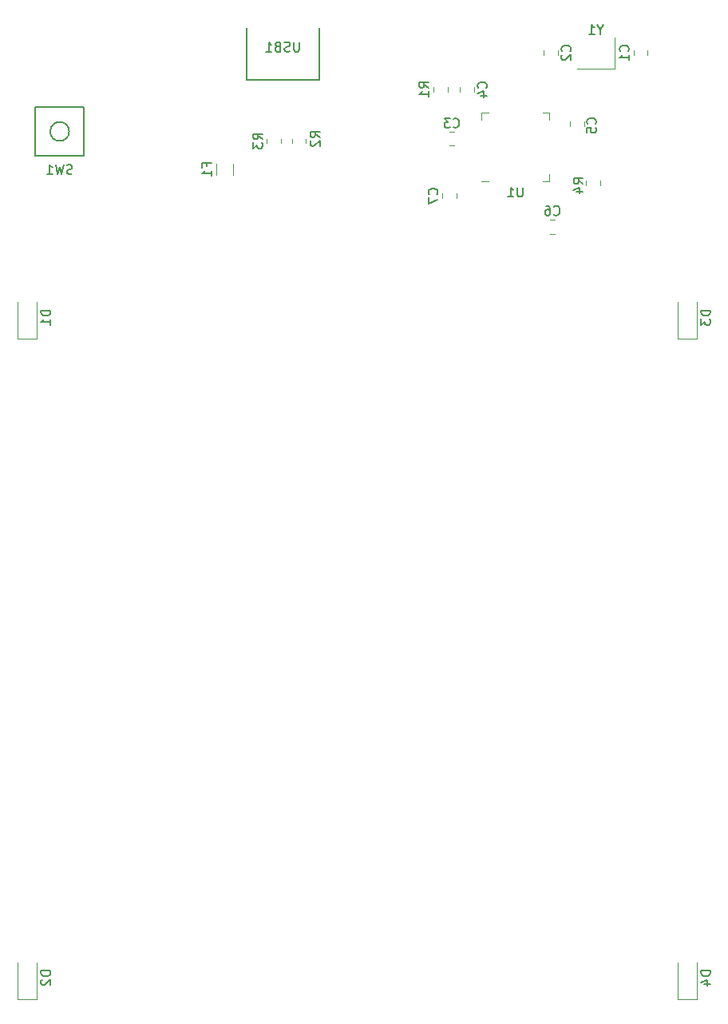
<source format=gbr>
%TF.GenerationSoftware,KiCad,Pcbnew,(6.0.7)*%
%TF.CreationDate,2022-11-22T16:32:00-03:00*%
%TF.ProjectId,BigKeysPCB,4269674b-6579-4735-9043-422e6b696361,rev?*%
%TF.SameCoordinates,Original*%
%TF.FileFunction,Legend,Bot*%
%TF.FilePolarity,Positive*%
%FSLAX46Y46*%
G04 Gerber Fmt 4.6, Leading zero omitted, Abs format (unit mm)*
G04 Created by KiCad (PCBNEW (6.0.7)) date 2022-11-22 16:32:00*
%MOMM*%
%LPD*%
G01*
G04 APERTURE LIST*
%ADD10C,0.150000*%
%ADD11C,0.120000*%
G04 APERTURE END LIST*
D10*
%TO.C,C7*%
X156916142Y-59623814D02*
X156963761Y-59576195D01*
X157011380Y-59433338D01*
X157011380Y-59338100D01*
X156963761Y-59195242D01*
X156868523Y-59100004D01*
X156773285Y-59052385D01*
X156582809Y-59004766D01*
X156439952Y-59004766D01*
X156249476Y-59052385D01*
X156154238Y-59100004D01*
X156059000Y-59195242D01*
X156011380Y-59338100D01*
X156011380Y-59433338D01*
X156059000Y-59576195D01*
X156106619Y-59623814D01*
X156011380Y-59957147D02*
X156011380Y-60623814D01*
X157011380Y-60195242D01*
%TO.C,C5*%
X173725642Y-52147564D02*
X173773261Y-52099945D01*
X173820880Y-51957088D01*
X173820880Y-51861850D01*
X173773261Y-51718992D01*
X173678023Y-51623754D01*
X173582785Y-51576135D01*
X173392309Y-51528516D01*
X173249452Y-51528516D01*
X173058976Y-51576135D01*
X172963738Y-51623754D01*
X172868500Y-51718992D01*
X172820880Y-51861850D01*
X172820880Y-51957088D01*
X172868500Y-52099945D01*
X172916119Y-52147564D01*
X172820880Y-53052326D02*
X172820880Y-52576135D01*
X173297071Y-52528516D01*
X173249452Y-52576135D01*
X173201833Y-52671373D01*
X173201833Y-52909469D01*
X173249452Y-53004707D01*
X173297071Y-53052326D01*
X173392309Y-53099945D01*
X173630404Y-53099945D01*
X173725642Y-53052326D01*
X173773261Y-53004707D01*
X173820880Y-52909469D01*
X173820880Y-52671373D01*
X173773261Y-52576135D01*
X173725642Y-52528516D01*
%TO.C,R2*%
X144494380Y-53554333D02*
X144018190Y-53221000D01*
X144494380Y-52982904D02*
X143494380Y-52982904D01*
X143494380Y-53363857D01*
X143542000Y-53459095D01*
X143589619Y-53506714D01*
X143684857Y-53554333D01*
X143827714Y-53554333D01*
X143922952Y-53506714D01*
X143970571Y-53459095D01*
X144018190Y-53363857D01*
X144018190Y-52982904D01*
X143589619Y-53935285D02*
X143542000Y-53982904D01*
X143494380Y-54078142D01*
X143494380Y-54316238D01*
X143542000Y-54411476D01*
X143589619Y-54459095D01*
X143684857Y-54506714D01*
X143780095Y-54506714D01*
X143922952Y-54459095D01*
X144494380Y-53887666D01*
X144494380Y-54506714D01*
%TO.C,Y1*%
X174231690Y-42144671D02*
X174231690Y-42620861D01*
X174565023Y-41620861D02*
X174231690Y-42144671D01*
X173898357Y-41620861D01*
X173041214Y-42620861D02*
X173612642Y-42620861D01*
X173326928Y-42620861D02*
X173326928Y-41620861D01*
X173422166Y-41763719D01*
X173517404Y-41858957D01*
X173612642Y-41906576D01*
%TO.C,C6*%
X169327666Y-61737623D02*
X169375285Y-61785242D01*
X169518142Y-61832861D01*
X169613380Y-61832861D01*
X169756238Y-61785242D01*
X169851476Y-61690004D01*
X169899095Y-61594766D01*
X169946714Y-61404290D01*
X169946714Y-61261433D01*
X169899095Y-61070957D01*
X169851476Y-60975719D01*
X169756238Y-60880481D01*
X169613380Y-60832861D01*
X169518142Y-60832861D01*
X169375285Y-60880481D01*
X169327666Y-60928100D01*
X168470523Y-60832861D02*
X168661000Y-60832861D01*
X168756238Y-60880481D01*
X168803857Y-60928100D01*
X168899095Y-61070957D01*
X168946714Y-61261433D01*
X168946714Y-61642385D01*
X168899095Y-61737623D01*
X168851476Y-61785242D01*
X168756238Y-61832861D01*
X168565761Y-61832861D01*
X168470523Y-61785242D01*
X168422904Y-61737623D01*
X168375285Y-61642385D01*
X168375285Y-61404290D01*
X168422904Y-61309052D01*
X168470523Y-61261433D01*
X168565761Y-61213814D01*
X168756238Y-61213814D01*
X168851476Y-61261433D01*
X168899095Y-61309052D01*
X168946714Y-61404290D01*
%TO.C,USB1*%
X142318595Y-43484380D02*
X142318595Y-44293904D01*
X142270976Y-44389142D01*
X142223357Y-44436761D01*
X142128119Y-44484380D01*
X141937642Y-44484380D01*
X141842404Y-44436761D01*
X141794785Y-44389142D01*
X141747166Y-44293904D01*
X141747166Y-43484380D01*
X141318595Y-44436761D02*
X141175738Y-44484380D01*
X140937642Y-44484380D01*
X140842404Y-44436761D01*
X140794785Y-44389142D01*
X140747166Y-44293904D01*
X140747166Y-44198666D01*
X140794785Y-44103428D01*
X140842404Y-44055809D01*
X140937642Y-44008190D01*
X141128119Y-43960571D01*
X141223357Y-43912952D01*
X141270976Y-43865333D01*
X141318595Y-43770095D01*
X141318595Y-43674857D01*
X141270976Y-43579619D01*
X141223357Y-43532000D01*
X141128119Y-43484380D01*
X140890023Y-43484380D01*
X140747166Y-43532000D01*
X139985261Y-43960571D02*
X139842404Y-44008190D01*
X139794785Y-44055809D01*
X139747166Y-44151047D01*
X139747166Y-44293904D01*
X139794785Y-44389142D01*
X139842404Y-44436761D01*
X139937642Y-44484380D01*
X140318595Y-44484380D01*
X140318595Y-43484380D01*
X139985261Y-43484380D01*
X139890023Y-43532000D01*
X139842404Y-43579619D01*
X139794785Y-43674857D01*
X139794785Y-43770095D01*
X139842404Y-43865333D01*
X139890023Y-43912952D01*
X139985261Y-43960571D01*
X140318595Y-43960571D01*
X138794785Y-44484380D02*
X139366214Y-44484380D01*
X139080500Y-44484380D02*
X139080500Y-43484380D01*
X139175738Y-43627238D01*
X139270976Y-43722476D01*
X139366214Y-43770095D01*
%TO.C,D4*%
X185929880Y-141921904D02*
X184929880Y-141921904D01*
X184929880Y-142160000D01*
X184977500Y-142302857D01*
X185072738Y-142398095D01*
X185167976Y-142445714D01*
X185358452Y-142493333D01*
X185501309Y-142493333D01*
X185691785Y-142445714D01*
X185787023Y-142398095D01*
X185882261Y-142302857D01*
X185929880Y-142160000D01*
X185929880Y-141921904D01*
X185263214Y-143350476D02*
X185929880Y-143350476D01*
X184882261Y-143112380D02*
X185596547Y-142874285D01*
X185596547Y-143493333D01*
%TO.C,U1*%
X166017404Y-58870861D02*
X166017404Y-59680385D01*
X165969785Y-59775623D01*
X165922166Y-59823242D01*
X165826928Y-59870861D01*
X165636452Y-59870861D01*
X165541214Y-59823242D01*
X165493595Y-59775623D01*
X165445976Y-59680385D01*
X165445976Y-58870861D01*
X164445976Y-59870861D02*
X165017404Y-59870861D01*
X164731690Y-59870861D02*
X164731690Y-58870861D01*
X164826928Y-59013719D01*
X164922166Y-59108957D01*
X165017404Y-59156576D01*
%TO.C,R4*%
X172410380Y-58507333D02*
X171934190Y-58174000D01*
X172410380Y-57935904D02*
X171410380Y-57935904D01*
X171410380Y-58316857D01*
X171458000Y-58412095D01*
X171505619Y-58459714D01*
X171600857Y-58507333D01*
X171743714Y-58507333D01*
X171838952Y-58459714D01*
X171886571Y-58412095D01*
X171934190Y-58316857D01*
X171934190Y-57935904D01*
X171743714Y-59364476D02*
X172410380Y-59364476D01*
X171362761Y-59126380D02*
X172077047Y-58888285D01*
X172077047Y-59507333D01*
%TO.C,R3*%
X138431880Y-53772814D02*
X137955690Y-53439481D01*
X138431880Y-53201385D02*
X137431880Y-53201385D01*
X137431880Y-53582338D01*
X137479500Y-53677576D01*
X137527119Y-53725195D01*
X137622357Y-53772814D01*
X137765214Y-53772814D01*
X137860452Y-53725195D01*
X137908071Y-53677576D01*
X137955690Y-53582338D01*
X137955690Y-53201385D01*
X137431880Y-54106147D02*
X137431880Y-54725195D01*
X137812833Y-54391861D01*
X137812833Y-54534719D01*
X137860452Y-54629957D01*
X137908071Y-54677576D01*
X138003309Y-54725195D01*
X138241404Y-54725195D01*
X138336642Y-54677576D01*
X138384261Y-54629957D01*
X138431880Y-54534719D01*
X138431880Y-54249004D01*
X138384261Y-54153766D01*
X138336642Y-54106147D01*
%TO.C,R1*%
X156042880Y-48320814D02*
X155566690Y-47987481D01*
X156042880Y-47749385D02*
X155042880Y-47749385D01*
X155042880Y-48130338D01*
X155090500Y-48225576D01*
X155138119Y-48273195D01*
X155233357Y-48320814D01*
X155376214Y-48320814D01*
X155471452Y-48273195D01*
X155519071Y-48225576D01*
X155566690Y-48130338D01*
X155566690Y-47749385D01*
X156042880Y-49273195D02*
X156042880Y-48701766D01*
X156042880Y-48987481D02*
X155042880Y-48987481D01*
X155185738Y-48892242D01*
X155280976Y-48797004D01*
X155328595Y-48701766D01*
%TO.C,C3*%
X158659666Y-52464123D02*
X158707285Y-52511742D01*
X158850142Y-52559361D01*
X158945380Y-52559361D01*
X159088238Y-52511742D01*
X159183476Y-52416504D01*
X159231095Y-52321266D01*
X159278714Y-52130790D01*
X159278714Y-51987933D01*
X159231095Y-51797457D01*
X159183476Y-51702219D01*
X159088238Y-51606981D01*
X158945380Y-51559361D01*
X158850142Y-51559361D01*
X158707285Y-51606981D01*
X158659666Y-51654600D01*
X158326333Y-51559361D02*
X157707285Y-51559361D01*
X158040619Y-51940314D01*
X157897761Y-51940314D01*
X157802523Y-51987933D01*
X157754904Y-52035552D01*
X157707285Y-52130790D01*
X157707285Y-52368885D01*
X157754904Y-52464123D01*
X157802523Y-52511742D01*
X157897761Y-52559361D01*
X158183476Y-52559361D01*
X158278714Y-52511742D01*
X158326333Y-52464123D01*
%TO.C,C2*%
X171030142Y-44451814D02*
X171077761Y-44404195D01*
X171125380Y-44261338D01*
X171125380Y-44166100D01*
X171077761Y-44023242D01*
X170982523Y-43928004D01*
X170887285Y-43880385D01*
X170696809Y-43832766D01*
X170553952Y-43832766D01*
X170363476Y-43880385D01*
X170268238Y-43928004D01*
X170173000Y-44023242D01*
X170125380Y-44166100D01*
X170125380Y-44261338D01*
X170173000Y-44404195D01*
X170220619Y-44451814D01*
X170220619Y-44832766D02*
X170173000Y-44880385D01*
X170125380Y-44975623D01*
X170125380Y-45213719D01*
X170173000Y-45308957D01*
X170220619Y-45356576D01*
X170315857Y-45404195D01*
X170411095Y-45404195D01*
X170553952Y-45356576D01*
X171125380Y-44785147D01*
X171125380Y-45404195D01*
%TO.C,SW1*%
X118238833Y-57417242D02*
X118095976Y-57464861D01*
X117857880Y-57464861D01*
X117762642Y-57417242D01*
X117715023Y-57369623D01*
X117667404Y-57274385D01*
X117667404Y-57179147D01*
X117715023Y-57083909D01*
X117762642Y-57036290D01*
X117857880Y-56988671D01*
X118048357Y-56941052D01*
X118143595Y-56893433D01*
X118191214Y-56845814D01*
X118238833Y-56750576D01*
X118238833Y-56655338D01*
X118191214Y-56560100D01*
X118143595Y-56512481D01*
X118048357Y-56464861D01*
X117810261Y-56464861D01*
X117667404Y-56512481D01*
X117334071Y-56464861D02*
X117095976Y-57464861D01*
X116905500Y-56750576D01*
X116715023Y-57464861D01*
X116476928Y-56464861D01*
X115572166Y-57464861D02*
X116143595Y-57464861D01*
X115857880Y-57464861D02*
X115857880Y-56464861D01*
X115953119Y-56607719D01*
X116048357Y-56702957D01*
X116143595Y-56750576D01*
%TO.C,D2*%
X115929880Y-141921904D02*
X114929880Y-141921904D01*
X114929880Y-142160000D01*
X114977500Y-142302857D01*
X115072738Y-142398095D01*
X115167976Y-142445714D01*
X115358452Y-142493333D01*
X115501309Y-142493333D01*
X115691785Y-142445714D01*
X115787023Y-142398095D01*
X115882261Y-142302857D01*
X115929880Y-142160000D01*
X115929880Y-141921904D01*
X115025119Y-142874285D02*
X114977500Y-142921904D01*
X114929880Y-143017142D01*
X114929880Y-143255238D01*
X114977500Y-143350476D01*
X115025119Y-143398095D01*
X115120357Y-143445714D01*
X115215595Y-143445714D01*
X115358452Y-143398095D01*
X115929880Y-142826666D01*
X115929880Y-143445714D01*
%TO.C,C4*%
X162134142Y-48320814D02*
X162181761Y-48273195D01*
X162229380Y-48130338D01*
X162229380Y-48035100D01*
X162181761Y-47892242D01*
X162086523Y-47797004D01*
X161991285Y-47749385D01*
X161800809Y-47701766D01*
X161657952Y-47701766D01*
X161467476Y-47749385D01*
X161372238Y-47797004D01*
X161277000Y-47892242D01*
X161229380Y-48035100D01*
X161229380Y-48130338D01*
X161277000Y-48273195D01*
X161324619Y-48320814D01*
X161562714Y-49177957D02*
X162229380Y-49177957D01*
X161181761Y-48939861D02*
X161896047Y-48701766D01*
X161896047Y-49320814D01*
%TO.C,D1*%
X115929880Y-71921904D02*
X114929880Y-71921904D01*
X114929880Y-72160000D01*
X114977500Y-72302857D01*
X115072738Y-72398095D01*
X115167976Y-72445714D01*
X115358452Y-72493333D01*
X115501309Y-72493333D01*
X115691785Y-72445714D01*
X115787023Y-72398095D01*
X115882261Y-72302857D01*
X115929880Y-72160000D01*
X115929880Y-71921904D01*
X115929880Y-73445714D02*
X115929880Y-72874285D01*
X115929880Y-73160000D02*
X114929880Y-73160000D01*
X115072738Y-73064761D01*
X115167976Y-72969523D01*
X115215595Y-72874285D01*
%TO.C,F1*%
X132514071Y-56615147D02*
X132514071Y-56281814D01*
X133037880Y-56281814D02*
X132037880Y-56281814D01*
X132037880Y-56758004D01*
X133037880Y-57662766D02*
X133037880Y-57091338D01*
X133037880Y-57377052D02*
X132037880Y-57377052D01*
X132180738Y-57281814D01*
X132275976Y-57186576D01*
X132323595Y-57091338D01*
%TO.C,C1*%
X177195142Y-44451814D02*
X177242761Y-44404195D01*
X177290380Y-44261338D01*
X177290380Y-44166100D01*
X177242761Y-44023242D01*
X177147523Y-43928004D01*
X177052285Y-43880385D01*
X176861809Y-43832766D01*
X176718952Y-43832766D01*
X176528476Y-43880385D01*
X176433238Y-43928004D01*
X176338000Y-44023242D01*
X176290380Y-44166100D01*
X176290380Y-44261338D01*
X176338000Y-44404195D01*
X176385619Y-44451814D01*
X177290380Y-45404195D02*
X177290380Y-44832766D01*
X177290380Y-45118481D02*
X176290380Y-45118481D01*
X176433238Y-45023242D01*
X176528476Y-44928004D01*
X176576095Y-44832766D01*
%TO.C,D3*%
X185929880Y-71921904D02*
X184929880Y-71921904D01*
X184929880Y-72160000D01*
X184977500Y-72302857D01*
X185072738Y-72398095D01*
X185167976Y-72445714D01*
X185358452Y-72493333D01*
X185501309Y-72493333D01*
X185691785Y-72445714D01*
X185787023Y-72398095D01*
X185882261Y-72302857D01*
X185929880Y-72160000D01*
X185929880Y-71921904D01*
X184929880Y-72826666D02*
X184929880Y-73445714D01*
X185310833Y-73112380D01*
X185310833Y-73255238D01*
X185358452Y-73350476D01*
X185406071Y-73398095D01*
X185501309Y-73445714D01*
X185739404Y-73445714D01*
X185834642Y-73398095D01*
X185882261Y-73350476D01*
X185929880Y-73255238D01*
X185929880Y-72969523D01*
X185882261Y-72874285D01*
X185834642Y-72826666D01*
D11*
%TO.C,C7*%
X158974000Y-59529229D02*
X158974000Y-60051733D01*
X157504000Y-59529229D02*
X157504000Y-60051733D01*
%TO.C,C5*%
X172516000Y-52431733D02*
X172516000Y-51909229D01*
X171046000Y-52431733D02*
X171046000Y-51909229D01*
%TO.C,R2*%
X141561500Y-53712417D02*
X141561500Y-54166545D01*
X143031500Y-53712417D02*
X143031500Y-54166545D01*
%TO.C,Y1*%
X175755500Y-46268481D02*
X171755500Y-46268481D01*
X175755500Y-42968481D02*
X175755500Y-46268481D01*
%TO.C,C6*%
X169422252Y-62325481D02*
X168899748Y-62325481D01*
X169422252Y-63795481D02*
X168899748Y-63795481D01*
D10*
%TO.C,USB1*%
X144430500Y-42000000D02*
X144430500Y-47450000D01*
X136730500Y-47450000D02*
X144430500Y-47450000D01*
X136730500Y-42000000D02*
X136730500Y-47450000D01*
D11*
%TO.C,D4*%
X182477500Y-144910000D02*
X182477500Y-141010000D01*
X184477500Y-144910000D02*
X184477500Y-141010000D01*
X184477500Y-144910000D02*
X182477500Y-144910000D01*
%TO.C,U1*%
X168865500Y-50988481D02*
X168865500Y-51713481D01*
X168865500Y-58208481D02*
X168865500Y-57483481D01*
X168140500Y-50988481D02*
X168865500Y-50988481D01*
X162370500Y-58208481D02*
X161645500Y-58208481D01*
X168140500Y-58208481D02*
X168865500Y-58208481D01*
X162370500Y-50988481D02*
X161645500Y-50988481D01*
X161645500Y-50988481D02*
X161645500Y-51713481D01*
%TO.C,R4*%
X174214000Y-58166417D02*
X174214000Y-58620545D01*
X172744000Y-58166417D02*
X172744000Y-58620545D01*
%TO.C,R3*%
X140364500Y-53712417D02*
X140364500Y-54166545D01*
X138894500Y-53712417D02*
X138894500Y-54166545D01*
%TO.C,R1*%
X156568000Y-48260417D02*
X156568000Y-48714545D01*
X158038000Y-48260417D02*
X158038000Y-48714545D01*
%TO.C,C3*%
X158754252Y-52959481D02*
X158231748Y-52959481D01*
X158754252Y-54429481D02*
X158231748Y-54429481D01*
%TO.C,C2*%
X168258000Y-44879733D02*
X168258000Y-44357229D01*
X169728000Y-44879733D02*
X169728000Y-44357229D01*
D10*
%TO.C,SW1*%
X119505500Y-55548481D02*
X119505500Y-50348481D01*
X114305500Y-50348481D02*
X114305500Y-55548481D01*
X119505500Y-50348481D02*
X114305500Y-50348481D01*
X114305500Y-55548481D02*
X119505500Y-55548481D01*
X117905500Y-52948481D02*
G75*
G03*
X117905500Y-52948481I-1000000J0D01*
G01*
D11*
%TO.C,D2*%
X114477500Y-144910000D02*
X112477500Y-144910000D01*
X114477500Y-144910000D02*
X114477500Y-141010000D01*
X112477500Y-144910000D02*
X112477500Y-141010000D01*
%TO.C,C4*%
X160832000Y-48748733D02*
X160832000Y-48226229D01*
X159362000Y-48748733D02*
X159362000Y-48226229D01*
%TO.C,D1*%
X114477500Y-74910000D02*
X112477500Y-74910000D01*
X112477500Y-74910000D02*
X112477500Y-71010000D01*
X114477500Y-74910000D02*
X114477500Y-71010000D01*
%TO.C,F1*%
X133495500Y-56346417D02*
X133495500Y-57550545D01*
X135315500Y-56346417D02*
X135315500Y-57550545D01*
%TO.C,C1*%
X179253000Y-44357229D02*
X179253000Y-44879733D01*
X177783000Y-44357229D02*
X177783000Y-44879733D01*
%TO.C,D3*%
X184477500Y-74910000D02*
X182477500Y-74910000D01*
X182477500Y-74910000D02*
X182477500Y-71010000D01*
X184477500Y-74910000D02*
X184477500Y-71010000D01*
%TD*%
M02*

</source>
